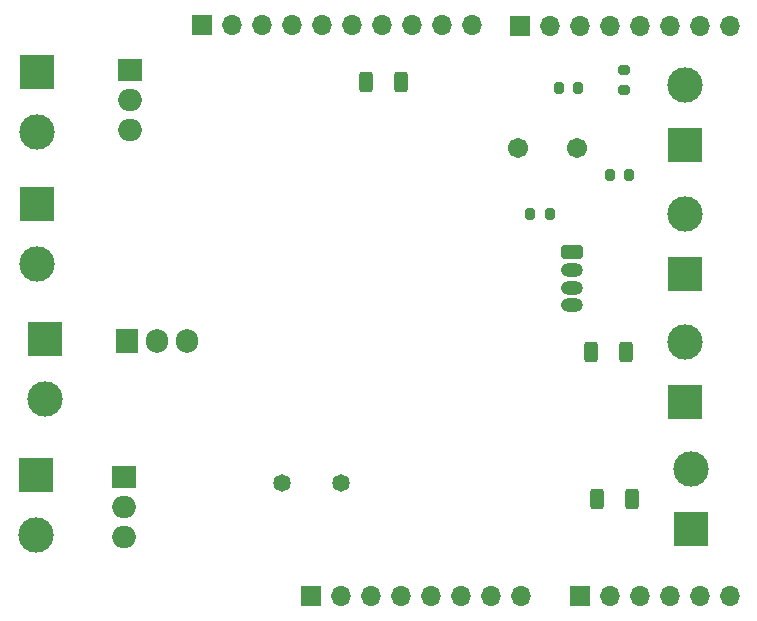
<source format=gts>
%TF.GenerationSoftware,KiCad,Pcbnew,(6.0.2)*%
%TF.CreationDate,2024-03-28T15:54:17-05:00*%
%TF.ProjectId,Security_Mat,53656375-7269-4747-995f-4d61742e6b69,rev?*%
%TF.SameCoordinates,Original*%
%TF.FileFunction,Soldermask,Top*%
%TF.FilePolarity,Negative*%
%FSLAX46Y46*%
G04 Gerber Fmt 4.6, Leading zero omitted, Abs format (unit mm)*
G04 Created by KiCad (PCBNEW (6.0.2)) date 2024-03-28 15:54:17*
%MOMM*%
%LPD*%
G01*
G04 APERTURE LIST*
G04 Aperture macros list*
%AMRoundRect*
0 Rectangle with rounded corners*
0 $1 Rounding radius*
0 $2 $3 $4 $5 $6 $7 $8 $9 X,Y pos of 4 corners*
0 Add a 4 corners polygon primitive as box body*
4,1,4,$2,$3,$4,$5,$6,$7,$8,$9,$2,$3,0*
0 Add four circle primitives for the rounded corners*
1,1,$1+$1,$2,$3*
1,1,$1+$1,$4,$5*
1,1,$1+$1,$6,$7*
1,1,$1+$1,$8,$9*
0 Add four rect primitives between the rounded corners*
20,1,$1+$1,$2,$3,$4,$5,0*
20,1,$1+$1,$4,$5,$6,$7,0*
20,1,$1+$1,$6,$7,$8,$9,0*
20,1,$1+$1,$8,$9,$2,$3,0*%
G04 Aperture macros list end*
%ADD10RoundRect,0.250000X0.312500X0.625000X-0.312500X0.625000X-0.312500X-0.625000X0.312500X-0.625000X0*%
%ADD11R,1.905000X2.000000*%
%ADD12O,1.905000X2.000000*%
%ADD13RoundRect,0.200000X0.200000X0.275000X-0.200000X0.275000X-0.200000X-0.275000X0.200000X-0.275000X0*%
%ADD14RoundRect,0.200000X-0.275000X0.200000X-0.275000X-0.200000X0.275000X-0.200000X0.275000X0.200000X0*%
%ADD15R,3.000000X3.000000*%
%ADD16C,3.000000*%
%ADD17R,1.700000X1.700000*%
%ADD18O,1.700000X1.700000*%
%ADD19R,2.000000X1.905000*%
%ADD20O,2.000000X1.905000*%
%ADD21C,1.712000*%
%ADD22RoundRect,0.250000X-0.685000X0.335000X-0.685000X-0.335000X0.685000X-0.335000X0.685000X0.335000X0*%
%ADD23O,1.870000X1.170000*%
%ADD24RoundRect,0.200000X-0.200000X-0.275000X0.200000X-0.275000X0.200000X0.275000X-0.200000X0.275000X0*%
%ADD25C,1.484000*%
G04 APERTURE END LIST*
D10*
%TO.C,R7*%
X143956500Y-67183000D03*
X141031500Y-67183000D03*
%TD*%
%TO.C,R4*%
X163006500Y-90043000D03*
X160081500Y-90043000D03*
%TD*%
%TO.C,R5*%
X163514500Y-102489000D03*
X160589500Y-102489000D03*
%TD*%
D11*
%TO.C,Q1*%
X120777000Y-89083000D03*
D12*
X123317000Y-89083000D03*
X125857000Y-89083000D03*
%TD*%
D13*
%TO.C,R6*%
X156527000Y-78359000D03*
X154877000Y-78359000D03*
%TD*%
D14*
%TO.C,R2*%
X162814000Y-66167000D03*
X162814000Y-67817000D03*
%TD*%
D15*
%TO.C,J9*%
X113030000Y-100457000D03*
D16*
X113030000Y-105537000D03*
%TD*%
D17*
%TO.C,J8*%
X153990000Y-62390000D03*
D18*
X156530000Y-62390000D03*
X159070000Y-62390000D03*
X161610000Y-62390000D03*
X164150000Y-62390000D03*
X166690000Y-62390000D03*
X169230000Y-62390000D03*
X171770000Y-62390000D03*
%TD*%
D13*
%TO.C,R3*%
X163258000Y-75057000D03*
X161608000Y-75057000D03*
%TD*%
D19*
%TO.C,Q2*%
X120467000Y-100584000D03*
D20*
X120467000Y-103124000D03*
X120467000Y-105664000D03*
%TD*%
D15*
%TO.C,J2*%
X168021000Y-83439000D03*
D16*
X168021000Y-78359000D03*
%TD*%
D15*
%TO.C,J3*%
X168021000Y-94234000D03*
D16*
X168021000Y-89154000D03*
%TD*%
D17*
%TO.C,J7*%
X127100000Y-62350000D03*
D18*
X129640000Y-62350000D03*
X132180000Y-62350000D03*
X134720000Y-62350000D03*
X137260000Y-62350000D03*
X139800000Y-62350000D03*
X142340000Y-62350000D03*
X144880000Y-62350000D03*
X147420000Y-62350000D03*
X149960000Y-62350000D03*
%TD*%
D17*
%TO.C,J5*%
X136300000Y-110700000D03*
D18*
X138840000Y-110700000D03*
X141380000Y-110700000D03*
X143920000Y-110700000D03*
X146460000Y-110700000D03*
X149000000Y-110700000D03*
X151540000Y-110700000D03*
X154080000Y-110700000D03*
%TD*%
D21*
%TO.C,SW1*%
X153837000Y-72771000D03*
X158837000Y-72771000D03*
%TD*%
D19*
%TO.C,Q3*%
X120975000Y-66167000D03*
D20*
X120975000Y-68707000D03*
X120975000Y-71247000D03*
%TD*%
D17*
%TO.C,J6*%
X159070000Y-110650000D03*
D18*
X161610000Y-110650000D03*
X164150000Y-110650000D03*
X166690000Y-110650000D03*
X169230000Y-110650000D03*
X171770000Y-110650000D03*
%TD*%
D15*
%TO.C,J1*%
X168021000Y-72517000D03*
D16*
X168021000Y-67437000D03*
%TD*%
D22*
%TO.C,U1*%
X158438000Y-81570000D03*
D23*
X158438000Y-83070000D03*
X158438000Y-84570000D03*
X158438000Y-86070000D03*
%TD*%
D24*
%TO.C,R1*%
X157290000Y-67691000D03*
X158940000Y-67691000D03*
%TD*%
D15*
%TO.C,J10*%
X113157000Y-66294000D03*
D16*
X113157000Y-71374000D03*
%TD*%
D25*
%TO.C,LS1*%
X138898000Y-101092000D03*
X133898000Y-101092000D03*
%TD*%
D15*
%TO.C,J11*%
X113157000Y-77470000D03*
D16*
X113157000Y-82550000D03*
%TD*%
D15*
%TO.C,J4*%
X168529000Y-105029000D03*
D16*
X168529000Y-99949000D03*
%TD*%
D15*
%TO.C,J12*%
X113792000Y-88900000D03*
D16*
X113792000Y-93980000D03*
%TD*%
M02*

</source>
